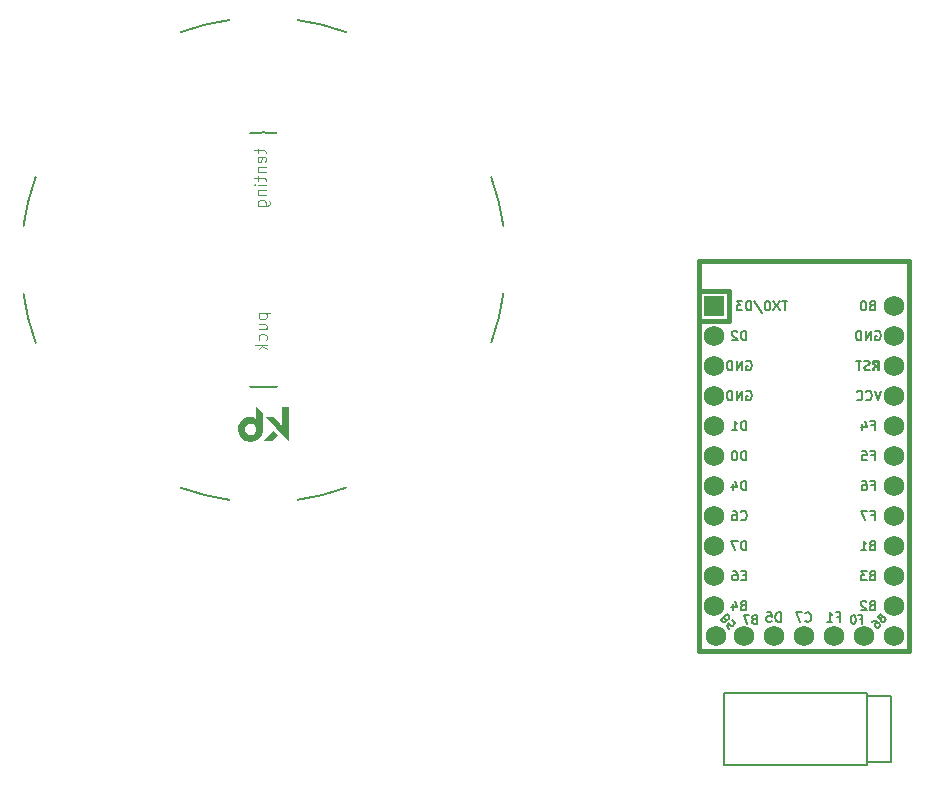
<source format=gbr>
%TF.GenerationSoftware,KiCad,Pcbnew,(6.0.0)*%
%TF.CreationDate,2022-03-12T15:50:12-08:00*%
%TF.ProjectId,half-swept,68616c66-2d73-4776-9570-742e6b696361,rev?*%
%TF.SameCoordinates,Original*%
%TF.FileFunction,Legend,Bot*%
%TF.FilePolarity,Positive*%
%FSLAX46Y46*%
G04 Gerber Fmt 4.6, Leading zero omitted, Abs format (unit mm)*
G04 Created by KiCad (PCBNEW (6.0.0)) date 2022-03-12 15:50:12*
%MOMM*%
%LPD*%
G01*
G04 APERTURE LIST*
%ADD10C,0.100000*%
%ADD11C,0.150000*%
%ADD12C,0.200000*%
%ADD13C,0.010000*%
%ADD14C,0.381000*%
%ADD15R,1.752600X1.752600*%
%ADD16C,1.752600*%
G04 APERTURE END LIST*
D10*
%TO.C,REF\u002A\u002A*%
X67095214Y-42432500D02*
X68095214Y-42432500D01*
X67142833Y-42432500D02*
X67095214Y-42527738D01*
X67095214Y-42718214D01*
X67142833Y-42813452D01*
X67190452Y-42861071D01*
X67285690Y-42908690D01*
X67571404Y-42908690D01*
X67666642Y-42861071D01*
X67714261Y-42813452D01*
X67761880Y-42718214D01*
X67761880Y-42527738D01*
X67714261Y-42432500D01*
X67095214Y-43765833D02*
X67761880Y-43765833D01*
X67095214Y-43337261D02*
X67619023Y-43337261D01*
X67714261Y-43384880D01*
X67761880Y-43480119D01*
X67761880Y-43622976D01*
X67714261Y-43718214D01*
X67666642Y-43765833D01*
X67714261Y-44670595D02*
X67761880Y-44575357D01*
X67761880Y-44384880D01*
X67714261Y-44289642D01*
X67666642Y-44242023D01*
X67571404Y-44194404D01*
X67285690Y-44194404D01*
X67190452Y-44242023D01*
X67142833Y-44289642D01*
X67095214Y-44384880D01*
X67095214Y-44575357D01*
X67142833Y-44670595D01*
X67761880Y-45099166D02*
X66761880Y-45099166D01*
X67380928Y-45194404D02*
X67761880Y-45480119D01*
X67095214Y-45480119D02*
X67476166Y-45099166D01*
X67031714Y-28478500D02*
X67031714Y-28859452D01*
X66698380Y-28621357D02*
X67555523Y-28621357D01*
X67650761Y-28668976D01*
X67698380Y-28764214D01*
X67698380Y-28859452D01*
X67650761Y-29573738D02*
X67698380Y-29478500D01*
X67698380Y-29288023D01*
X67650761Y-29192785D01*
X67555523Y-29145166D01*
X67174571Y-29145166D01*
X67079333Y-29192785D01*
X67031714Y-29288023D01*
X67031714Y-29478500D01*
X67079333Y-29573738D01*
X67174571Y-29621357D01*
X67269809Y-29621357D01*
X67365047Y-29145166D01*
X67031714Y-30049928D02*
X67698380Y-30049928D01*
X67126952Y-30049928D02*
X67079333Y-30097547D01*
X67031714Y-30192785D01*
X67031714Y-30335642D01*
X67079333Y-30430880D01*
X67174571Y-30478500D01*
X67698380Y-30478500D01*
X67031714Y-30811833D02*
X67031714Y-31192785D01*
X66698380Y-30954690D02*
X67555523Y-30954690D01*
X67650761Y-31002309D01*
X67698380Y-31097547D01*
X67698380Y-31192785D01*
X67698380Y-31526119D02*
X67031714Y-31526119D01*
X66698380Y-31526119D02*
X66746000Y-31478500D01*
X66793619Y-31526119D01*
X66746000Y-31573738D01*
X66698380Y-31526119D01*
X66793619Y-31526119D01*
X67031714Y-32002309D02*
X67698380Y-32002309D01*
X67126952Y-32002309D02*
X67079333Y-32049928D01*
X67031714Y-32145166D01*
X67031714Y-32288023D01*
X67079333Y-32383261D01*
X67174571Y-32430880D01*
X67698380Y-32430880D01*
X67031714Y-33335642D02*
X67841238Y-33335642D01*
X67936476Y-33288023D01*
X67984095Y-33240404D01*
X68031714Y-33145166D01*
X68031714Y-33002309D01*
X67984095Y-32907071D01*
X67650761Y-33335642D02*
X67698380Y-33240404D01*
X67698380Y-33049928D01*
X67650761Y-32954690D01*
X67603142Y-32907071D01*
X67507904Y-32859452D01*
X67222190Y-32859452D01*
X67126952Y-32907071D01*
X67079333Y-32954690D01*
X67031714Y-33049928D01*
X67031714Y-33240404D01*
X67079333Y-33335642D01*
D11*
%TO.C,U2*%
X108379476Y-57418654D02*
X108379476Y-56618654D01*
X108189000Y-56618654D01*
X108074714Y-56656750D01*
X107998523Y-56732940D01*
X107960428Y-56809130D01*
X107922333Y-56961511D01*
X107922333Y-57075797D01*
X107960428Y-57228178D01*
X107998523Y-57304369D01*
X108074714Y-57380559D01*
X108189000Y-57418654D01*
X108379476Y-57418654D01*
X107236619Y-56885321D02*
X107236619Y-57418654D01*
X107427095Y-56580559D02*
X107617571Y-57151988D01*
X107122333Y-57151988D01*
X108398523Y-49036750D02*
X108474714Y-48998654D01*
X108589000Y-48998654D01*
X108703285Y-49036750D01*
X108779476Y-49112940D01*
X108817571Y-49189130D01*
X108855666Y-49341511D01*
X108855666Y-49455797D01*
X108817571Y-49608178D01*
X108779476Y-49684369D01*
X108703285Y-49760559D01*
X108589000Y-49798654D01*
X108512809Y-49798654D01*
X108398523Y-49760559D01*
X108360428Y-49722464D01*
X108360428Y-49455797D01*
X108512809Y-49455797D01*
X108017571Y-49798654D02*
X108017571Y-48998654D01*
X107560428Y-49798654D01*
X107560428Y-48998654D01*
X107179476Y-49798654D02*
X107179476Y-48998654D01*
X106989000Y-48998654D01*
X106874714Y-49036750D01*
X106798523Y-49112940D01*
X106760428Y-49189130D01*
X106722333Y-49341511D01*
X106722333Y-49455797D01*
X106760428Y-49608178D01*
X106798523Y-49684369D01*
X106874714Y-49760559D01*
X106989000Y-49798654D01*
X107179476Y-49798654D01*
X108112809Y-67159607D02*
X107998523Y-67197702D01*
X107960428Y-67235797D01*
X107922333Y-67311988D01*
X107922333Y-67426273D01*
X107960428Y-67502464D01*
X107998523Y-67540559D01*
X108074714Y-67578654D01*
X108379476Y-67578654D01*
X108379476Y-66778654D01*
X108112809Y-66778654D01*
X108036619Y-66816750D01*
X107998523Y-66854845D01*
X107960428Y-66931035D01*
X107960428Y-67007226D01*
X107998523Y-67083416D01*
X108036619Y-67121511D01*
X108112809Y-67159607D01*
X108379476Y-67159607D01*
X107236619Y-67045321D02*
X107236619Y-67578654D01*
X107427095Y-66740559D02*
X107617571Y-67311988D01*
X107122333Y-67311988D01*
X116056666Y-68129607D02*
X116323333Y-68129607D01*
X116323333Y-68548654D02*
X116323333Y-67748654D01*
X115942380Y-67748654D01*
X115218571Y-68548654D02*
X115675714Y-68548654D01*
X115447142Y-68548654D02*
X115447142Y-67748654D01*
X115523333Y-67862940D01*
X115599523Y-67939130D01*
X115675714Y-67977226D01*
X119034809Y-62079607D02*
X118920523Y-62117702D01*
X118882428Y-62155797D01*
X118844333Y-62231988D01*
X118844333Y-62346273D01*
X118882428Y-62422464D01*
X118920523Y-62460559D01*
X118996714Y-62498654D01*
X119301476Y-62498654D01*
X119301476Y-61698654D01*
X119034809Y-61698654D01*
X118958619Y-61736750D01*
X118920523Y-61774845D01*
X118882428Y-61851035D01*
X118882428Y-61927226D01*
X118920523Y-62003416D01*
X118958619Y-62041511D01*
X119034809Y-62079607D01*
X119301476Y-62079607D01*
X118082428Y-62498654D02*
X118539571Y-62498654D01*
X118311000Y-62498654D02*
X118311000Y-61698654D01*
X118387190Y-61812940D01*
X118463380Y-61889130D01*
X118539571Y-61927226D01*
X119320523Y-43956750D02*
X119396714Y-43918654D01*
X119511000Y-43918654D01*
X119625285Y-43956750D01*
X119701476Y-44032940D01*
X119739571Y-44109130D01*
X119777666Y-44261511D01*
X119777666Y-44375797D01*
X119739571Y-44528178D01*
X119701476Y-44604369D01*
X119625285Y-44680559D01*
X119511000Y-44718654D01*
X119434809Y-44718654D01*
X119320523Y-44680559D01*
X119282428Y-44642464D01*
X119282428Y-44375797D01*
X119434809Y-44375797D01*
X118939571Y-44718654D02*
X118939571Y-43918654D01*
X118482428Y-44718654D01*
X118482428Y-43918654D01*
X118101476Y-44718654D02*
X118101476Y-43918654D01*
X117911000Y-43918654D01*
X117796714Y-43956750D01*
X117720523Y-44032940D01*
X117682428Y-44109130D01*
X117644333Y-44261511D01*
X117644333Y-44375797D01*
X117682428Y-44528178D01*
X117720523Y-44604369D01*
X117796714Y-44680559D01*
X117911000Y-44718654D01*
X118101476Y-44718654D01*
X119034809Y-41759607D02*
X118920523Y-41797702D01*
X118882428Y-41835797D01*
X118844333Y-41911988D01*
X118844333Y-42026273D01*
X118882428Y-42102464D01*
X118920523Y-42140559D01*
X118996714Y-42178654D01*
X119301476Y-42178654D01*
X119301476Y-41378654D01*
X119034809Y-41378654D01*
X118958619Y-41416750D01*
X118920523Y-41454845D01*
X118882428Y-41531035D01*
X118882428Y-41607226D01*
X118920523Y-41683416D01*
X118958619Y-41721511D01*
X119034809Y-41759607D01*
X119301476Y-41759607D01*
X118349095Y-41378654D02*
X118272904Y-41378654D01*
X118196714Y-41416750D01*
X118158619Y-41454845D01*
X118120523Y-41531035D01*
X118082428Y-41683416D01*
X118082428Y-41873892D01*
X118120523Y-42026273D01*
X118158619Y-42102464D01*
X118196714Y-42140559D01*
X118272904Y-42178654D01*
X118349095Y-42178654D01*
X118425285Y-42140559D01*
X118463380Y-42102464D01*
X118501476Y-42026273D01*
X118539571Y-41873892D01*
X118539571Y-41683416D01*
X118501476Y-41531035D01*
X118463380Y-41454845D01*
X118425285Y-41416750D01*
X118349095Y-41378654D01*
X108341380Y-64619607D02*
X108074714Y-64619607D01*
X107960428Y-65038654D02*
X108341380Y-65038654D01*
X108341380Y-64238654D01*
X107960428Y-64238654D01*
X107274714Y-64238654D02*
X107427095Y-64238654D01*
X107503285Y-64276750D01*
X107541380Y-64314845D01*
X107617571Y-64429130D01*
X107655666Y-64581511D01*
X107655666Y-64886273D01*
X107617571Y-64962464D01*
X107579476Y-65000559D01*
X107503285Y-65038654D01*
X107350904Y-65038654D01*
X107274714Y-65000559D01*
X107236619Y-64962464D01*
X107198523Y-64886273D01*
X107198523Y-64695797D01*
X107236619Y-64619607D01*
X107274714Y-64581511D01*
X107350904Y-64543416D01*
X107503285Y-64543416D01*
X107579476Y-64581511D01*
X107617571Y-64619607D01*
X107655666Y-64695797D01*
X111868604Y-41378654D02*
X111411461Y-41378654D01*
X111640032Y-42178654D02*
X111640032Y-41378654D01*
X111220985Y-41378654D02*
X110687651Y-42178654D01*
X110687651Y-41378654D02*
X111220985Y-42178654D01*
X110230508Y-41378654D02*
X110154318Y-41378654D01*
X110078128Y-41416750D01*
X110040032Y-41454845D01*
X110001937Y-41531035D01*
X109963842Y-41683416D01*
X109963842Y-41873892D01*
X110001937Y-42026273D01*
X110040032Y-42102464D01*
X110078128Y-42140559D01*
X110154318Y-42178654D01*
X110230508Y-42178654D01*
X110306699Y-42140559D01*
X110344794Y-42102464D01*
X110382889Y-42026273D01*
X110420985Y-41873892D01*
X110420985Y-41683416D01*
X110382889Y-41531035D01*
X110344794Y-41454845D01*
X110306699Y-41416750D01*
X110230508Y-41378654D01*
X109049556Y-41340559D02*
X109735270Y-42369130D01*
X108782889Y-42178654D02*
X108782889Y-41378654D01*
X108592413Y-41378654D01*
X108478128Y-41416750D01*
X108401937Y-41492940D01*
X108363842Y-41569130D01*
X108325747Y-41721511D01*
X108325747Y-41835797D01*
X108363842Y-41988178D01*
X108401937Y-42064369D01*
X108478128Y-42140559D01*
X108592413Y-42178654D01*
X108782889Y-42178654D01*
X108059080Y-41378654D02*
X107563842Y-41378654D01*
X107830508Y-41683416D01*
X107716223Y-41683416D01*
X107640032Y-41721511D01*
X107601937Y-41759607D01*
X107563842Y-41835797D01*
X107563842Y-42026273D01*
X107601937Y-42102464D01*
X107640032Y-42140559D01*
X107716223Y-42178654D01*
X107944794Y-42178654D01*
X108020985Y-42140559D01*
X108059080Y-42102464D01*
X119034809Y-64619607D02*
X118920523Y-64657702D01*
X118882428Y-64695797D01*
X118844333Y-64771988D01*
X118844333Y-64886273D01*
X118882428Y-64962464D01*
X118920523Y-65000559D01*
X118996714Y-65038654D01*
X119301476Y-65038654D01*
X119301476Y-64238654D01*
X119034809Y-64238654D01*
X118958619Y-64276750D01*
X118920523Y-64314845D01*
X118882428Y-64391035D01*
X118882428Y-64467226D01*
X118920523Y-64543416D01*
X118958619Y-64581511D01*
X119034809Y-64619607D01*
X119301476Y-64619607D01*
X118577666Y-64238654D02*
X118082428Y-64238654D01*
X118349095Y-64543416D01*
X118234809Y-64543416D01*
X118158619Y-64581511D01*
X118120523Y-64619607D01*
X118082428Y-64695797D01*
X118082428Y-64886273D01*
X118120523Y-64962464D01*
X118158619Y-65000559D01*
X118234809Y-65038654D01*
X118463380Y-65038654D01*
X118539571Y-65000559D01*
X118577666Y-64962464D01*
X107922333Y-59882464D02*
X107960428Y-59920559D01*
X108074714Y-59958654D01*
X108150904Y-59958654D01*
X108265190Y-59920559D01*
X108341380Y-59844369D01*
X108379476Y-59768178D01*
X108417571Y-59615797D01*
X108417571Y-59501511D01*
X108379476Y-59349130D01*
X108341380Y-59272940D01*
X108265190Y-59196750D01*
X108150904Y-59158654D01*
X108074714Y-59158654D01*
X107960428Y-59196750D01*
X107922333Y-59234845D01*
X107236619Y-59158654D02*
X107389000Y-59158654D01*
X107465190Y-59196750D01*
X107503285Y-59234845D01*
X107579476Y-59349130D01*
X107617571Y-59501511D01*
X107617571Y-59806273D01*
X107579476Y-59882464D01*
X107541380Y-59920559D01*
X107465190Y-59958654D01*
X107312809Y-59958654D01*
X107236619Y-59920559D01*
X107198523Y-59882464D01*
X107160428Y-59806273D01*
X107160428Y-59615797D01*
X107198523Y-59539607D01*
X107236619Y-59501511D01*
X107312809Y-59463416D01*
X107465190Y-59463416D01*
X107541380Y-59501511D01*
X107579476Y-59539607D01*
X107617571Y-59615797D01*
X108379476Y-44718654D02*
X108379476Y-43918654D01*
X108189000Y-43918654D01*
X108074714Y-43956750D01*
X107998523Y-44032940D01*
X107960428Y-44109130D01*
X107922333Y-44261511D01*
X107922333Y-44375797D01*
X107960428Y-44528178D01*
X107998523Y-44604369D01*
X108074714Y-44680559D01*
X108189000Y-44718654D01*
X108379476Y-44718654D01*
X107617571Y-43994845D02*
X107579476Y-43956750D01*
X107503285Y-43918654D01*
X107312809Y-43918654D01*
X107236619Y-43956750D01*
X107198523Y-43994845D01*
X107160428Y-44071035D01*
X107160428Y-44147226D01*
X107198523Y-44261511D01*
X107655666Y-44718654D01*
X107160428Y-44718654D01*
X108379476Y-54878654D02*
X108379476Y-54078654D01*
X108189000Y-54078654D01*
X108074714Y-54116750D01*
X107998523Y-54192940D01*
X107960428Y-54269130D01*
X107922333Y-54421511D01*
X107922333Y-54535797D01*
X107960428Y-54688178D01*
X107998523Y-54764369D01*
X108074714Y-54840559D01*
X108189000Y-54878654D01*
X108379476Y-54878654D01*
X107427095Y-54078654D02*
X107350904Y-54078654D01*
X107274714Y-54116750D01*
X107236619Y-54154845D01*
X107198523Y-54231035D01*
X107160428Y-54383416D01*
X107160428Y-54573892D01*
X107198523Y-54726273D01*
X107236619Y-54802464D01*
X107274714Y-54840559D01*
X107350904Y-54878654D01*
X107427095Y-54878654D01*
X107503285Y-54840559D01*
X107541380Y-54802464D01*
X107579476Y-54726273D01*
X107617571Y-54573892D01*
X107617571Y-54383416D01*
X107579476Y-54231035D01*
X107541380Y-54154845D01*
X107503285Y-54116750D01*
X107427095Y-54078654D01*
X119034809Y-67159607D02*
X118920523Y-67197702D01*
X118882428Y-67235797D01*
X118844333Y-67311988D01*
X118844333Y-67426273D01*
X118882428Y-67502464D01*
X118920523Y-67540559D01*
X118996714Y-67578654D01*
X119301476Y-67578654D01*
X119301476Y-66778654D01*
X119034809Y-66778654D01*
X118958619Y-66816750D01*
X118920523Y-66854845D01*
X118882428Y-66931035D01*
X118882428Y-67007226D01*
X118920523Y-67083416D01*
X118958619Y-67121511D01*
X119034809Y-67159607D01*
X119301476Y-67159607D01*
X118539571Y-66854845D02*
X118501476Y-66816750D01*
X118425285Y-66778654D01*
X118234809Y-66778654D01*
X118158619Y-66816750D01*
X118120523Y-66854845D01*
X118082428Y-66931035D01*
X118082428Y-67007226D01*
X118120523Y-67121511D01*
X118577666Y-67578654D01*
X118082428Y-67578654D01*
X106614297Y-68321758D02*
X106708578Y-68368898D01*
X106755719Y-68368898D01*
X106826429Y-68345328D01*
X106897140Y-68274617D01*
X106920710Y-68203907D01*
X106920710Y-68156766D01*
X106897140Y-68086056D01*
X106708578Y-67897494D01*
X106213603Y-68392469D01*
X106378595Y-68557460D01*
X106449306Y-68581030D01*
X106496446Y-68581030D01*
X106567157Y-68557460D01*
X106614297Y-68510320D01*
X106637867Y-68439609D01*
X106637867Y-68392469D01*
X106614297Y-68321758D01*
X106449306Y-68156766D01*
X106944280Y-69123146D02*
X106708578Y-68887443D01*
X106920710Y-68628171D01*
X106920710Y-68675311D01*
X106944280Y-68746022D01*
X107062132Y-68863873D01*
X107132842Y-68887443D01*
X107179983Y-68887443D01*
X107250693Y-68863873D01*
X107368544Y-68746022D01*
X107392115Y-68675311D01*
X107392115Y-68628171D01*
X107368544Y-68557460D01*
X107250693Y-68439609D01*
X107179983Y-68416039D01*
X107132842Y-68416039D01*
X119814991Y-68251047D02*
X119767851Y-68345328D01*
X119767851Y-68392469D01*
X119791421Y-68463179D01*
X119862132Y-68533890D01*
X119932842Y-68557460D01*
X119979983Y-68557460D01*
X120050693Y-68533890D01*
X120239255Y-68345328D01*
X119744280Y-67850353D01*
X119579289Y-68015345D01*
X119555719Y-68086056D01*
X119555719Y-68133196D01*
X119579289Y-68203907D01*
X119626429Y-68251047D01*
X119697140Y-68274617D01*
X119744280Y-68274617D01*
X119814991Y-68251047D01*
X119979983Y-68086056D01*
X119037174Y-68557460D02*
X119131455Y-68463179D01*
X119202165Y-68439609D01*
X119249306Y-68439609D01*
X119367157Y-68463179D01*
X119485008Y-68533890D01*
X119673570Y-68722452D01*
X119697140Y-68793162D01*
X119697140Y-68840303D01*
X119673570Y-68911014D01*
X119579289Y-69005294D01*
X119508578Y-69028865D01*
X119461438Y-69028865D01*
X119390727Y-69005294D01*
X119272876Y-68887443D01*
X119249306Y-68816733D01*
X119249306Y-68769592D01*
X119272876Y-68698882D01*
X119367157Y-68604601D01*
X119437867Y-68581030D01*
X119485008Y-68581030D01*
X119555719Y-68604601D01*
X113383333Y-68472464D02*
X113421428Y-68510559D01*
X113535714Y-68548654D01*
X113611904Y-68548654D01*
X113726190Y-68510559D01*
X113802380Y-68434369D01*
X113840476Y-68358178D01*
X113878571Y-68205797D01*
X113878571Y-68091511D01*
X113840476Y-67939130D01*
X113802380Y-67862940D01*
X113726190Y-67786750D01*
X113611904Y-67748654D01*
X113535714Y-67748654D01*
X113421428Y-67786750D01*
X113383333Y-67824845D01*
X113116666Y-67748654D02*
X112583333Y-67748654D01*
X112926190Y-68548654D01*
X108379476Y-62498654D02*
X108379476Y-61698654D01*
X108189000Y-61698654D01*
X108074714Y-61736750D01*
X107998523Y-61812940D01*
X107960428Y-61889130D01*
X107922333Y-62041511D01*
X107922333Y-62155797D01*
X107960428Y-62308178D01*
X107998523Y-62384369D01*
X108074714Y-62460559D01*
X108189000Y-62498654D01*
X108379476Y-62498654D01*
X107655666Y-61698654D02*
X107122333Y-61698654D01*
X107465190Y-62498654D01*
X118977666Y-51919607D02*
X119244333Y-51919607D01*
X119244333Y-52338654D02*
X119244333Y-51538654D01*
X118863380Y-51538654D01*
X118215761Y-51805321D02*
X118215761Y-52338654D01*
X118406238Y-51500559D02*
X118596714Y-52071988D01*
X118101476Y-52071988D01*
X108379476Y-52338654D02*
X108379476Y-51538654D01*
X108189000Y-51538654D01*
X108074714Y-51576750D01*
X107998523Y-51652940D01*
X107960428Y-51729130D01*
X107922333Y-51881511D01*
X107922333Y-51995797D01*
X107960428Y-52148178D01*
X107998523Y-52224369D01*
X108074714Y-52300559D01*
X108189000Y-52338654D01*
X108379476Y-52338654D01*
X107160428Y-52338654D02*
X107617571Y-52338654D01*
X107389000Y-52338654D02*
X107389000Y-51538654D01*
X107465190Y-51652940D01*
X107541380Y-51729130D01*
X107617571Y-51767226D01*
X108398523Y-46496750D02*
X108474714Y-46458654D01*
X108589000Y-46458654D01*
X108703285Y-46496750D01*
X108779476Y-46572940D01*
X108817571Y-46649130D01*
X108855666Y-46801511D01*
X108855666Y-46915797D01*
X108817571Y-47068178D01*
X108779476Y-47144369D01*
X108703285Y-47220559D01*
X108589000Y-47258654D01*
X108512809Y-47258654D01*
X108398523Y-47220559D01*
X108360428Y-47182464D01*
X108360428Y-46915797D01*
X108512809Y-46915797D01*
X108017571Y-47258654D02*
X108017571Y-46458654D01*
X107560428Y-47258654D01*
X107560428Y-46458654D01*
X107179476Y-47258654D02*
X107179476Y-46458654D01*
X106989000Y-46458654D01*
X106874714Y-46496750D01*
X106798523Y-46572940D01*
X106760428Y-46649130D01*
X106722333Y-46801511D01*
X106722333Y-46915797D01*
X106760428Y-47068178D01*
X106798523Y-47144369D01*
X106874714Y-47220559D01*
X106989000Y-47258654D01*
X107179476Y-47258654D01*
X111300476Y-68548654D02*
X111300476Y-67748654D01*
X111110000Y-67748654D01*
X110995714Y-67786750D01*
X110919523Y-67862940D01*
X110881428Y-67939130D01*
X110843333Y-68091511D01*
X110843333Y-68205797D01*
X110881428Y-68358178D01*
X110919523Y-68434369D01*
X110995714Y-68510559D01*
X111110000Y-68548654D01*
X111300476Y-68548654D01*
X110119523Y-67748654D02*
X110500476Y-67748654D01*
X110538571Y-68129607D01*
X110500476Y-68091511D01*
X110424285Y-68053416D01*
X110233809Y-68053416D01*
X110157619Y-68091511D01*
X110119523Y-68129607D01*
X110081428Y-68205797D01*
X110081428Y-68396273D01*
X110119523Y-68472464D01*
X110157619Y-68510559D01*
X110233809Y-68548654D01*
X110424285Y-68548654D01*
X110500476Y-68510559D01*
X110538571Y-68472464D01*
X118977666Y-56999607D02*
X119244333Y-56999607D01*
X119244333Y-57418654D02*
X119244333Y-56618654D01*
X118863380Y-56618654D01*
X118215761Y-56618654D02*
X118368142Y-56618654D01*
X118444333Y-56656750D01*
X118482428Y-56694845D01*
X118558619Y-56809130D01*
X118596714Y-56961511D01*
X118596714Y-57266273D01*
X118558619Y-57342464D01*
X118520523Y-57380559D01*
X118444333Y-57418654D01*
X118291952Y-57418654D01*
X118215761Y-57380559D01*
X118177666Y-57342464D01*
X118139571Y-57266273D01*
X118139571Y-57075797D01*
X118177666Y-56999607D01*
X118215761Y-56961511D01*
X118291952Y-56923416D01*
X118444333Y-56923416D01*
X118520523Y-56961511D01*
X118558619Y-56999607D01*
X118596714Y-57075797D01*
X119777666Y-48998654D02*
X119511000Y-49798654D01*
X119244333Y-48998654D01*
X118520523Y-49722464D02*
X118558619Y-49760559D01*
X118672904Y-49798654D01*
X118749095Y-49798654D01*
X118863380Y-49760559D01*
X118939571Y-49684369D01*
X118977666Y-49608178D01*
X119015761Y-49455797D01*
X119015761Y-49341511D01*
X118977666Y-49189130D01*
X118939571Y-49112940D01*
X118863380Y-49036750D01*
X118749095Y-48998654D01*
X118672904Y-48998654D01*
X118558619Y-49036750D01*
X118520523Y-49074845D01*
X117720523Y-49722464D02*
X117758619Y-49760559D01*
X117872904Y-49798654D01*
X117949095Y-49798654D01*
X118063380Y-49760559D01*
X118139571Y-49684369D01*
X118177666Y-49608178D01*
X118215761Y-49455797D01*
X118215761Y-49341511D01*
X118177666Y-49189130D01*
X118139571Y-49112940D01*
X118063380Y-49036750D01*
X117949095Y-48998654D01*
X117872904Y-48998654D01*
X117758619Y-49036750D01*
X117720523Y-49074845D01*
X109033333Y-68336750D02*
X108933333Y-68370083D01*
X108900000Y-68403416D01*
X108866666Y-68470083D01*
X108866666Y-68570083D01*
X108900000Y-68636750D01*
X108933333Y-68670083D01*
X109000000Y-68703416D01*
X109266666Y-68703416D01*
X109266666Y-68003416D01*
X109033333Y-68003416D01*
X108966666Y-68036750D01*
X108933333Y-68070083D01*
X108900000Y-68136750D01*
X108900000Y-68203416D01*
X108933333Y-68270083D01*
X108966666Y-68303416D01*
X109033333Y-68336750D01*
X109266666Y-68336750D01*
X108633333Y-68003416D02*
X108166666Y-68003416D01*
X108466666Y-68703416D01*
X118977666Y-59539607D02*
X119244333Y-59539607D01*
X119244333Y-59958654D02*
X119244333Y-59158654D01*
X118863380Y-59158654D01*
X118634809Y-59158654D02*
X118101476Y-59158654D01*
X118444333Y-59958654D01*
X117983333Y-68336750D02*
X118216666Y-68336750D01*
X118216666Y-68703416D02*
X118216666Y-68003416D01*
X117883333Y-68003416D01*
X117483333Y-68003416D02*
X117416666Y-68003416D01*
X117350000Y-68036750D01*
X117316666Y-68070083D01*
X117283333Y-68136750D01*
X117250000Y-68270083D01*
X117250000Y-68436750D01*
X117283333Y-68570083D01*
X117316666Y-68636750D01*
X117350000Y-68670083D01*
X117416666Y-68703416D01*
X117483333Y-68703416D01*
X117550000Y-68670083D01*
X117583333Y-68636750D01*
X117616666Y-68570083D01*
X117650000Y-68436750D01*
X117650000Y-68270083D01*
X117616666Y-68136750D01*
X117583333Y-68070083D01*
X117550000Y-68036750D01*
X117483333Y-68003416D01*
X118823333Y-47200559D02*
X118709047Y-47238654D01*
X118518571Y-47238654D01*
X118442380Y-47200559D01*
X118404285Y-47162464D01*
X118366190Y-47086273D01*
X118366190Y-47010083D01*
X118404285Y-46933892D01*
X118442380Y-46895797D01*
X118518571Y-46857702D01*
X118670952Y-46819607D01*
X118747142Y-46781511D01*
X118785238Y-46743416D01*
X118823333Y-46667226D01*
X118823333Y-46591035D01*
X118785238Y-46514845D01*
X118747142Y-46476750D01*
X118670952Y-46438654D01*
X118480476Y-46438654D01*
X118366190Y-46476750D01*
X118137619Y-46438654D02*
X117680476Y-46438654D01*
X117909047Y-47238654D02*
X117909047Y-46438654D01*
X118977666Y-54459607D02*
X119244333Y-54459607D01*
X119244333Y-54878654D02*
X119244333Y-54078654D01*
X118863380Y-54078654D01*
X118177666Y-54078654D02*
X118558619Y-54078654D01*
X118596714Y-54459607D01*
X118558619Y-54421511D01*
X118482428Y-54383416D01*
X118291952Y-54383416D01*
X118215761Y-54421511D01*
X118177666Y-54459607D01*
X118139571Y-54535797D01*
X118139571Y-54726273D01*
X118177666Y-54802464D01*
X118215761Y-54840559D01*
X118291952Y-54878654D01*
X118482428Y-54878654D01*
X118558619Y-54840559D01*
X118596714Y-54802464D01*
D12*
%TO.C,REF\u002A\u002A*%
X67500000Y-27105000D02*
G75*
G03*
X66371615Y-27164136I-6J-10794921D01*
G01*
X86786134Y-44908048D02*
G75*
G03*
X87820000Y-40757500I-19286117J7008044D01*
G01*
X47180000Y-40757500D02*
G75*
G03*
X48213865Y-44908046I20320050J2857512D01*
G01*
X48213864Y-30891956D02*
G75*
G03*
X47180000Y-35042500I19286252J-7008071D01*
G01*
X60491955Y-57186135D02*
G75*
G03*
X64642500Y-58220000I7008051J19286154D01*
G01*
X70357500Y-58220000D02*
G75*
G03*
X74508045Y-57186135I-2857506J20320019D01*
G01*
X68628385Y-27164136D02*
G75*
G03*
X67500000Y-27105000I-1128379J-10735785D01*
G01*
X87820000Y-35042500D02*
G75*
G03*
X86786134Y-30891952I-20319983J-2857496D01*
G01*
X67500000Y-48695000D02*
G75*
G03*
X68628385Y-48635864I6J10794921D01*
G01*
X74508049Y-18613866D02*
G75*
G03*
X70357500Y-17580000I-7008041J-19286105D01*
G01*
X66371615Y-48635864D02*
G75*
G03*
X67500000Y-48695000I1128379J10735785D01*
G01*
X64642500Y-17580000D02*
G75*
G03*
X60491954Y-18613865I2857512J-20320050D01*
G01*
D13*
X68277718Y-52424575D02*
X68255015Y-52447438D01*
X68255015Y-52447438D02*
X68220536Y-52482969D01*
X68220536Y-52482969D02*
X68176267Y-52529061D01*
X68176267Y-52529061D02*
X68124200Y-52583607D01*
X68124200Y-52583607D02*
X68066321Y-52644501D01*
X68066321Y-52644501D02*
X68004622Y-52709636D01*
X68004622Y-52709636D02*
X67941089Y-52776906D01*
X67941089Y-52776906D02*
X67877714Y-52844204D01*
X67877714Y-52844204D02*
X67816484Y-52909423D01*
X67816484Y-52909423D02*
X67759388Y-52970458D01*
X67759388Y-52970458D02*
X67708416Y-53025201D01*
X67708416Y-53025201D02*
X67665556Y-53071546D01*
X67665556Y-53071546D02*
X67632798Y-53107386D01*
X67632798Y-53107386D02*
X67612130Y-53130615D01*
X67612130Y-53130615D02*
X67609837Y-53133306D01*
X67609837Y-53133306D02*
X67581536Y-53166941D01*
X67581536Y-53166941D02*
X68201550Y-53166941D01*
X68201550Y-53166941D02*
X68374900Y-52990872D01*
X68374900Y-52990872D02*
X68428642Y-52936129D01*
X68428642Y-52936129D02*
X68478925Y-52884616D01*
X68478925Y-52884616D02*
X68522741Y-52839436D01*
X68522741Y-52839436D02*
X68557087Y-52803690D01*
X68557087Y-52803690D02*
X68578955Y-52780481D01*
X68578955Y-52780481D02*
X68582132Y-52776989D01*
X68582132Y-52776989D02*
X68616014Y-52739174D01*
X68616014Y-52739174D02*
X68454979Y-52577830D01*
X68454979Y-52577830D02*
X68405266Y-52528375D01*
X68405266Y-52528375D02*
X68361042Y-52485050D01*
X68361042Y-52485050D02*
X68324895Y-52450337D01*
X68324895Y-52450337D02*
X68299413Y-52426717D01*
X68299413Y-52426717D02*
X68287184Y-52416669D01*
X68287184Y-52416669D02*
X68286653Y-52416486D01*
X68286653Y-52416486D02*
X68277718Y-52424575D01*
X68277718Y-52424575D02*
X68277718Y-52424575D01*
G36*
X68287184Y-52416669D02*
G01*
X68299413Y-52426717D01*
X68324895Y-52450337D01*
X68361042Y-52485050D01*
X68405266Y-52528375D01*
X68454979Y-52577830D01*
X68616014Y-52739174D01*
X68582132Y-52776989D01*
X68578955Y-52780481D01*
X68557087Y-52803690D01*
X68522741Y-52839436D01*
X68478925Y-52884616D01*
X68428642Y-52936129D01*
X68374900Y-52990872D01*
X68201550Y-53166941D01*
X67581536Y-53166941D01*
X67609837Y-53133306D01*
X67612130Y-53130615D01*
X67632798Y-53107386D01*
X67665556Y-53071546D01*
X67708416Y-53025201D01*
X67759388Y-52970458D01*
X67816484Y-52909423D01*
X67877714Y-52844204D01*
X67941089Y-52776906D01*
X68004622Y-52709636D01*
X68066321Y-52644501D01*
X68124200Y-52583607D01*
X68176267Y-52529061D01*
X68220536Y-52482969D01*
X68255015Y-52447438D01*
X68277718Y-52424575D01*
X68286653Y-52416486D01*
X68287184Y-52416669D01*
G37*
X68287184Y-52416669D02*
X68299413Y-52426717D01*
X68324895Y-52450337D01*
X68361042Y-52485050D01*
X68405266Y-52528375D01*
X68454979Y-52577830D01*
X68616014Y-52739174D01*
X68582132Y-52776989D01*
X68578955Y-52780481D01*
X68557087Y-52803690D01*
X68522741Y-52839436D01*
X68478925Y-52884616D01*
X68428642Y-52936129D01*
X68374900Y-52990872D01*
X68201550Y-53166941D01*
X67581536Y-53166941D01*
X67609837Y-53133306D01*
X67612130Y-53130615D01*
X67632798Y-53107386D01*
X67665556Y-53071546D01*
X67708416Y-53025201D01*
X67759388Y-52970458D01*
X67816484Y-52909423D01*
X67877714Y-52844204D01*
X67941089Y-52776906D01*
X68004622Y-52709636D01*
X68066321Y-52644501D01*
X68124200Y-52583607D01*
X68176267Y-52529061D01*
X68220536Y-52482969D01*
X68255015Y-52447438D01*
X68277718Y-52424575D01*
X68286653Y-52416486D01*
X68287184Y-52416669D01*
X66879464Y-50883827D02*
X66879272Y-50988067D01*
X66879272Y-50988067D02*
X66878783Y-51084812D01*
X66878783Y-51084812D02*
X66878033Y-51171698D01*
X66878033Y-51171698D02*
X66877057Y-51246360D01*
X66877057Y-51246360D02*
X66875888Y-51306435D01*
X66875888Y-51306435D02*
X66874561Y-51349558D01*
X66874561Y-51349558D02*
X66873112Y-51373365D01*
X66873112Y-51373365D02*
X66872204Y-51377395D01*
X66872204Y-51377395D02*
X66859773Y-51371081D01*
X66859773Y-51371081D02*
X66834927Y-51354738D01*
X66834927Y-51354738D02*
X66810793Y-51337536D01*
X66810793Y-51337536D02*
X66696096Y-51266814D01*
X66696096Y-51266814D02*
X66573880Y-51217710D01*
X66573880Y-51217710D02*
X66443497Y-51190034D01*
X66443497Y-51190034D02*
X66304296Y-51183596D01*
X66304296Y-51183596D02*
X66286484Y-51184264D01*
X66286484Y-51184264D02*
X66196849Y-51190816D01*
X66196849Y-51190816D02*
X66120366Y-51202753D01*
X66120366Y-51202753D02*
X66048714Y-51222245D01*
X66048714Y-51222245D02*
X65973576Y-51251462D01*
X65973576Y-51251462D02*
X65903725Y-51284101D01*
X65903725Y-51284101D02*
X65775792Y-51359394D01*
X65775792Y-51359394D02*
X65662872Y-51451374D01*
X65662872Y-51451374D02*
X65565978Y-51558363D01*
X65565978Y-51558363D02*
X65486120Y-51678688D01*
X65486120Y-51678688D02*
X65424310Y-51810673D01*
X65424310Y-51810673D02*
X65381558Y-51952642D01*
X65381558Y-51952642D02*
X65358877Y-52102921D01*
X65358877Y-52102921D02*
X65355316Y-52192591D01*
X65355316Y-52192591D02*
X65365607Y-52345069D01*
X65365607Y-52345069D02*
X65396963Y-52489633D01*
X65396963Y-52489633D02*
X65450108Y-52628869D01*
X65450108Y-52628869D02*
X65507363Y-52735788D01*
X65507363Y-52735788D02*
X65593075Y-52856081D01*
X65593075Y-52856081D02*
X65694688Y-52960930D01*
X65694688Y-52960930D02*
X65810021Y-53049252D01*
X65810021Y-53049252D02*
X65936896Y-53119966D01*
X65936896Y-53119966D02*
X66073132Y-53171989D01*
X66073132Y-53171989D02*
X66216551Y-53204242D01*
X66216551Y-53204242D02*
X66364972Y-53215641D01*
X66364972Y-53215641D02*
X66465218Y-53211158D01*
X66465218Y-53211158D02*
X66609826Y-53186277D01*
X66609826Y-53186277D02*
X66750394Y-53140002D01*
X66750394Y-53140002D02*
X66883567Y-53074023D01*
X66883567Y-53074023D02*
X67005987Y-52990026D01*
X67005987Y-52990026D02*
X67114299Y-52889700D01*
X67114299Y-52889700D02*
X67122693Y-52880534D01*
X67122693Y-52880534D02*
X67203824Y-52776414D01*
X67203824Y-52776414D02*
X67273516Y-52658232D01*
X67273516Y-52658232D02*
X67328682Y-52532369D01*
X67328682Y-52532369D02*
X67366235Y-52405209D01*
X67366235Y-52405209D02*
X67375104Y-52358759D01*
X67375104Y-52358759D02*
X67377717Y-52330364D01*
X67377717Y-52330364D02*
X67380062Y-52280292D01*
X67380062Y-52280292D02*
X67381531Y-52229958D01*
X67381531Y-52229958D02*
X66885193Y-52229958D01*
X66885193Y-52229958D02*
X66874621Y-52327507D01*
X66874621Y-52327507D02*
X66844189Y-52421526D01*
X66844189Y-52421526D02*
X66815535Y-52475671D01*
X66815535Y-52475671D02*
X66748601Y-52563954D01*
X66748601Y-52563954D02*
X66669120Y-52634831D01*
X66669120Y-52634831D02*
X66579688Y-52687324D01*
X66579688Y-52687324D02*
X66482902Y-52720456D01*
X66482902Y-52720456D02*
X66381361Y-52733250D01*
X66381361Y-52733250D02*
X66277660Y-52724729D01*
X66277660Y-52724729D02*
X66204833Y-52705441D01*
X66204833Y-52705441D02*
X66161836Y-52689355D01*
X66161836Y-52689355D02*
X66120931Y-52671995D01*
X66120931Y-52671995D02*
X66104764Y-52664219D01*
X66104764Y-52664219D02*
X66059478Y-52633215D01*
X66059478Y-52633215D02*
X66010155Y-52587021D01*
X66010155Y-52587021D02*
X65962098Y-52531565D01*
X65962098Y-52531565D02*
X65920613Y-52472771D01*
X65920613Y-52472771D02*
X65899125Y-52434444D01*
X65899125Y-52434444D02*
X65878944Y-52390198D01*
X65878944Y-52390198D02*
X65866299Y-52351590D01*
X65866299Y-52351590D02*
X65858942Y-52309298D01*
X65858942Y-52309298D02*
X65854624Y-52253995D01*
X65854624Y-52253995D02*
X65854342Y-52248705D01*
X65854342Y-52248705D02*
X65857710Y-52141460D01*
X65857710Y-52141460D02*
X65880566Y-52043568D01*
X65880566Y-52043568D02*
X65924218Y-51950145D01*
X65924218Y-51950145D02*
X65941988Y-51921616D01*
X65941988Y-51921616D02*
X66006530Y-51843712D01*
X66006530Y-51843712D02*
X66085347Y-51781542D01*
X66085347Y-51781542D02*
X66174983Y-51736046D01*
X66174983Y-51736046D02*
X66271982Y-51708168D01*
X66271982Y-51708168D02*
X66372886Y-51698848D01*
X66372886Y-51698848D02*
X66474238Y-51709030D01*
X66474238Y-51709030D02*
X66572584Y-51739655D01*
X66572584Y-51739655D02*
X66586587Y-51745941D01*
X66586587Y-51745941D02*
X66674539Y-51798890D01*
X66674539Y-51798890D02*
X66748529Y-51867104D01*
X66748529Y-51867104D02*
X66807572Y-51947450D01*
X66807572Y-51947450D02*
X66850685Y-52036797D01*
X66850685Y-52036797D02*
X66876887Y-52132010D01*
X66876887Y-52132010D02*
X66885193Y-52229958D01*
X66885193Y-52229958D02*
X67381531Y-52229958D01*
X67381531Y-52229958D02*
X67382115Y-52209955D01*
X67382115Y-52209955D02*
X67383854Y-52120766D01*
X67383854Y-52120766D02*
X67385257Y-52014137D01*
X67385257Y-52014137D02*
X67386301Y-51891481D01*
X67386301Y-51891481D02*
X67386965Y-51754209D01*
X67386965Y-51754209D02*
X67387226Y-51603735D01*
X67387226Y-51603735D02*
X67387229Y-51591999D01*
X67387229Y-51591999D02*
X67387316Y-50900285D01*
X67387316Y-50900285D02*
X66879612Y-50390259D01*
X66879612Y-50390259D02*
X66879464Y-50883827D01*
X66879464Y-50883827D02*
X66879464Y-50883827D01*
G36*
X67377717Y-52330364D02*
G01*
X67375104Y-52358759D01*
X67366235Y-52405209D01*
X67328682Y-52532369D01*
X67273516Y-52658232D01*
X67203824Y-52776414D01*
X67122693Y-52880534D01*
X67114299Y-52889700D01*
X67005987Y-52990026D01*
X66883567Y-53074023D01*
X66750394Y-53140002D01*
X66609826Y-53186277D01*
X66465218Y-53211158D01*
X66364972Y-53215641D01*
X66216551Y-53204242D01*
X66073132Y-53171989D01*
X65936896Y-53119966D01*
X65810021Y-53049252D01*
X65694688Y-52960930D01*
X65593075Y-52856081D01*
X65507363Y-52735788D01*
X65450108Y-52628869D01*
X65396963Y-52489633D01*
X65365607Y-52345069D01*
X65359103Y-52248705D01*
X65854342Y-52248705D01*
X65854624Y-52253995D01*
X65858942Y-52309298D01*
X65866299Y-52351590D01*
X65878944Y-52390198D01*
X65899125Y-52434444D01*
X65920613Y-52472771D01*
X65962098Y-52531565D01*
X66010155Y-52587021D01*
X66059478Y-52633215D01*
X66104764Y-52664219D01*
X66120931Y-52671995D01*
X66161836Y-52689355D01*
X66204833Y-52705441D01*
X66277660Y-52724729D01*
X66381361Y-52733250D01*
X66482902Y-52720456D01*
X66579688Y-52687324D01*
X66669120Y-52634831D01*
X66748601Y-52563954D01*
X66815535Y-52475671D01*
X66844189Y-52421526D01*
X66874621Y-52327507D01*
X66885193Y-52229958D01*
X66876887Y-52132010D01*
X66850685Y-52036797D01*
X66807572Y-51947450D01*
X66748529Y-51867104D01*
X66674539Y-51798890D01*
X66586587Y-51745941D01*
X66572584Y-51739655D01*
X66474238Y-51709030D01*
X66372886Y-51698848D01*
X66271982Y-51708168D01*
X66174983Y-51736046D01*
X66085347Y-51781542D01*
X66006530Y-51843712D01*
X65941988Y-51921616D01*
X65924218Y-51950145D01*
X65880566Y-52043568D01*
X65857710Y-52141460D01*
X65854342Y-52248705D01*
X65359103Y-52248705D01*
X65355316Y-52192591D01*
X65358877Y-52102921D01*
X65381558Y-51952642D01*
X65424310Y-51810673D01*
X65486120Y-51678688D01*
X65565978Y-51558363D01*
X65662872Y-51451374D01*
X65775792Y-51359394D01*
X65903725Y-51284101D01*
X65973576Y-51251462D01*
X66048714Y-51222245D01*
X66120366Y-51202753D01*
X66196849Y-51190816D01*
X66286484Y-51184264D01*
X66304296Y-51183596D01*
X66443497Y-51190034D01*
X66573880Y-51217710D01*
X66696096Y-51266814D01*
X66810793Y-51337536D01*
X66834927Y-51354738D01*
X66859773Y-51371081D01*
X66872204Y-51377395D01*
X66873112Y-51373365D01*
X66874561Y-51349558D01*
X66875888Y-51306435D01*
X66877057Y-51246360D01*
X66878033Y-51171698D01*
X66878783Y-51084812D01*
X66879272Y-50988067D01*
X66879464Y-50883827D01*
X66879612Y-50390259D01*
X67387316Y-50900285D01*
X67387229Y-51591999D01*
X67387226Y-51603735D01*
X67386965Y-51754209D01*
X67386301Y-51891481D01*
X67385257Y-52014137D01*
X67383854Y-52120766D01*
X67382115Y-52209955D01*
X67381531Y-52229958D01*
X67380062Y-52280292D01*
X67377717Y-52330364D01*
G37*
X67377717Y-52330364D02*
X67375104Y-52358759D01*
X67366235Y-52405209D01*
X67328682Y-52532369D01*
X67273516Y-52658232D01*
X67203824Y-52776414D01*
X67122693Y-52880534D01*
X67114299Y-52889700D01*
X67005987Y-52990026D01*
X66883567Y-53074023D01*
X66750394Y-53140002D01*
X66609826Y-53186277D01*
X66465218Y-53211158D01*
X66364972Y-53215641D01*
X66216551Y-53204242D01*
X66073132Y-53171989D01*
X65936896Y-53119966D01*
X65810021Y-53049252D01*
X65694688Y-52960930D01*
X65593075Y-52856081D01*
X65507363Y-52735788D01*
X65450108Y-52628869D01*
X65396963Y-52489633D01*
X65365607Y-52345069D01*
X65359103Y-52248705D01*
X65854342Y-52248705D01*
X65854624Y-52253995D01*
X65858942Y-52309298D01*
X65866299Y-52351590D01*
X65878944Y-52390198D01*
X65899125Y-52434444D01*
X65920613Y-52472771D01*
X65962098Y-52531565D01*
X66010155Y-52587021D01*
X66059478Y-52633215D01*
X66104764Y-52664219D01*
X66120931Y-52671995D01*
X66161836Y-52689355D01*
X66204833Y-52705441D01*
X66277660Y-52724729D01*
X66381361Y-52733250D01*
X66482902Y-52720456D01*
X66579688Y-52687324D01*
X66669120Y-52634831D01*
X66748601Y-52563954D01*
X66815535Y-52475671D01*
X66844189Y-52421526D01*
X66874621Y-52327507D01*
X66885193Y-52229958D01*
X66876887Y-52132010D01*
X66850685Y-52036797D01*
X66807572Y-51947450D01*
X66748529Y-51867104D01*
X66674539Y-51798890D01*
X66586587Y-51745941D01*
X66572584Y-51739655D01*
X66474238Y-51709030D01*
X66372886Y-51698848D01*
X66271982Y-51708168D01*
X66174983Y-51736046D01*
X66085347Y-51781542D01*
X66006530Y-51843712D01*
X65941988Y-51921616D01*
X65924218Y-51950145D01*
X65880566Y-52043568D01*
X65857710Y-52141460D01*
X65854342Y-52248705D01*
X65359103Y-52248705D01*
X65355316Y-52192591D01*
X65358877Y-52102921D01*
X65381558Y-51952642D01*
X65424310Y-51810673D01*
X65486120Y-51678688D01*
X65565978Y-51558363D01*
X65662872Y-51451374D01*
X65775792Y-51359394D01*
X65903725Y-51284101D01*
X65973576Y-51251462D01*
X66048714Y-51222245D01*
X66120366Y-51202753D01*
X66196849Y-51190816D01*
X66286484Y-51184264D01*
X66304296Y-51183596D01*
X66443497Y-51190034D01*
X66573880Y-51217710D01*
X66696096Y-51266814D01*
X66810793Y-51337536D01*
X66834927Y-51354738D01*
X66859773Y-51371081D01*
X66872204Y-51377395D01*
X66873112Y-51373365D01*
X66874561Y-51349558D01*
X66875888Y-51306435D01*
X66877057Y-51246360D01*
X66878033Y-51171698D01*
X66878783Y-51084812D01*
X66879272Y-50988067D01*
X66879464Y-50883827D01*
X66879612Y-50390259D01*
X67387316Y-50900285D01*
X67387229Y-51591999D01*
X67387226Y-51603735D01*
X67386965Y-51754209D01*
X67386301Y-51891481D01*
X67385257Y-52014137D01*
X67383854Y-52120766D01*
X67382115Y-52209955D01*
X67381531Y-52229958D01*
X67380062Y-52280292D01*
X67377717Y-52330364D01*
X69084498Y-52018044D02*
X68281552Y-51215344D01*
X68281552Y-51215344D02*
X67993184Y-51218438D01*
X67993184Y-51218438D02*
X67704816Y-51221531D01*
X67704816Y-51221531D02*
X68552040Y-52081668D01*
X68552040Y-52081668D02*
X68669965Y-52201391D01*
X68669965Y-52201391D02*
X68784764Y-52317940D01*
X68784764Y-52317940D02*
X68895218Y-52430080D01*
X68895218Y-52430080D02*
X69000110Y-52536573D01*
X69000110Y-52536573D02*
X69098222Y-52636184D01*
X69098222Y-52636184D02*
X69188337Y-52727677D01*
X69188337Y-52727677D02*
X69269236Y-52809814D01*
X69269236Y-52809814D02*
X69339703Y-52881359D01*
X69339703Y-52881359D02*
X69398519Y-52941077D01*
X69398519Y-52941077D02*
X69444466Y-52987731D01*
X69444466Y-52987731D02*
X69476327Y-53020084D01*
X69476327Y-53020084D02*
X69490108Y-53034080D01*
X69490108Y-53034080D02*
X69580952Y-53126356D01*
X69580952Y-53126356D02*
X69580952Y-50384486D01*
X69580952Y-50384486D02*
X69084498Y-50384486D01*
X69084498Y-50384486D02*
X69084498Y-52018044D01*
X69084498Y-52018044D02*
X69084498Y-52018044D01*
G36*
X69580952Y-53126356D02*
G01*
X69490108Y-53034080D01*
X69476327Y-53020084D01*
X69444466Y-52987731D01*
X69398519Y-52941077D01*
X69339703Y-52881359D01*
X69269236Y-52809814D01*
X69188337Y-52727677D01*
X69098222Y-52636184D01*
X69000110Y-52536573D01*
X68895218Y-52430080D01*
X68784764Y-52317940D01*
X68669965Y-52201391D01*
X68552040Y-52081668D01*
X67704816Y-51221531D01*
X67993184Y-51218438D01*
X68281552Y-51215344D01*
X69084498Y-52018044D01*
X69084498Y-50384486D01*
X69580952Y-50384486D01*
X69580952Y-53126356D01*
G37*
X69580952Y-53126356D02*
X69490108Y-53034080D01*
X69476327Y-53020084D01*
X69444466Y-52987731D01*
X69398519Y-52941077D01*
X69339703Y-52881359D01*
X69269236Y-52809814D01*
X69188337Y-52727677D01*
X69098222Y-52636184D01*
X69000110Y-52536573D01*
X68895218Y-52430080D01*
X68784764Y-52317940D01*
X68669965Y-52201391D01*
X68552040Y-52081668D01*
X67704816Y-51221531D01*
X67993184Y-51218438D01*
X68281552Y-51215344D01*
X69084498Y-52018044D01*
X69084498Y-50384486D01*
X69580952Y-50384486D01*
X69580952Y-53126356D01*
D14*
%TO.C,U2*%
X104360000Y-38006750D02*
X104360000Y-71026750D01*
X104360000Y-71026750D02*
X122140000Y-71026750D01*
X106900000Y-43086750D02*
X104360000Y-43086750D01*
X106900000Y-40546750D02*
X104360000Y-40546750D01*
X122140000Y-38006750D02*
X104360000Y-38006750D01*
X122140000Y-71026750D02*
X122140000Y-38006750D01*
X106900000Y-40546750D02*
X106900000Y-43086750D01*
D11*
X119094635Y-46435780D02*
X119094635Y-46535780D01*
X119094635Y-46535780D02*
X119594635Y-46535780D01*
X119594635Y-46535780D02*
X119594635Y-46435780D01*
X119594635Y-46435780D02*
X119094635Y-46435780D01*
G36*
X119594635Y-46535780D02*
G01*
X119094635Y-46535780D01*
X119094635Y-46435780D01*
X119594635Y-46435780D01*
X119594635Y-46535780D01*
G37*
X119594635Y-46535780D02*
X119094635Y-46535780D01*
X119094635Y-46435780D01*
X119594635Y-46435780D01*
X119594635Y-46535780D01*
X119094635Y-46435780D02*
X119094635Y-46735780D01*
X119094635Y-46735780D02*
X119194635Y-46735780D01*
X119194635Y-46735780D02*
X119194635Y-46435780D01*
X119194635Y-46435780D02*
X119094635Y-46435780D01*
G36*
X119194635Y-46735780D02*
G01*
X119094635Y-46735780D01*
X119094635Y-46435780D01*
X119194635Y-46435780D01*
X119194635Y-46735780D01*
G37*
X119194635Y-46735780D02*
X119094635Y-46735780D01*
X119094635Y-46435780D01*
X119194635Y-46435780D01*
X119194635Y-46735780D01*
X119294635Y-46835780D02*
X119294635Y-46935780D01*
X119294635Y-46935780D02*
X119394635Y-46935780D01*
X119394635Y-46935780D02*
X119394635Y-46835780D01*
X119394635Y-46835780D02*
X119294635Y-46835780D01*
G36*
X119394635Y-46935780D02*
G01*
X119294635Y-46935780D01*
X119294635Y-46835780D01*
X119394635Y-46835780D01*
X119394635Y-46935780D01*
G37*
X119394635Y-46935780D02*
X119294635Y-46935780D01*
X119294635Y-46835780D01*
X119394635Y-46835780D01*
X119394635Y-46935780D01*
X119094635Y-47035780D02*
X119094635Y-47235780D01*
X119094635Y-47235780D02*
X119194635Y-47235780D01*
X119194635Y-47235780D02*
X119194635Y-47035780D01*
X119194635Y-47035780D02*
X119094635Y-47035780D01*
G36*
X119194635Y-47235780D02*
G01*
X119094635Y-47235780D01*
X119094635Y-47035780D01*
X119194635Y-47035780D01*
X119194635Y-47235780D01*
G37*
X119194635Y-47235780D02*
X119094635Y-47235780D01*
X119094635Y-47035780D01*
X119194635Y-47035780D01*
X119194635Y-47235780D01*
X119494635Y-46435780D02*
X119494635Y-47235780D01*
X119494635Y-47235780D02*
X119594635Y-47235780D01*
X119594635Y-47235780D02*
X119594635Y-46435780D01*
X119594635Y-46435780D02*
X119494635Y-46435780D01*
G36*
X119594635Y-47235780D02*
G01*
X119494635Y-47235780D01*
X119494635Y-46435780D01*
X119594635Y-46435780D01*
X119594635Y-47235780D01*
G37*
X119594635Y-47235780D02*
X119494635Y-47235780D01*
X119494635Y-46435780D01*
X119594635Y-46435780D01*
X119594635Y-47235780D01*
%TO.C,J1*%
X106500000Y-74600000D02*
X106500000Y-80700000D01*
X118600000Y-74850000D02*
X120600000Y-74850000D01*
X118600000Y-74600000D02*
X106500000Y-74600000D01*
X118600000Y-74600000D02*
X118600000Y-80700000D01*
X120600000Y-74850000D02*
X120600000Y-80450000D01*
X118600000Y-80450000D02*
X120600000Y-80450000D01*
X118600000Y-80700000D02*
X106500000Y-80700000D01*
%TD*%
D15*
%TO.C,U2*%
X105630000Y-41816750D03*
D16*
X105630000Y-44356750D03*
X105630000Y-46896750D03*
X105630000Y-49436750D03*
X105630000Y-51976750D03*
X105630000Y-54516750D03*
X105630000Y-57056750D03*
X105630000Y-59596750D03*
X105630000Y-62136750D03*
X105630000Y-64676750D03*
X105630000Y-67216750D03*
X105858600Y-69756750D03*
X120870000Y-69756750D03*
X120870000Y-67216750D03*
X120870000Y-64676750D03*
X120870000Y-62136750D03*
X120870000Y-59596750D03*
X120870000Y-57056750D03*
X120870000Y-54516750D03*
X120870000Y-51976750D03*
X120870000Y-49436750D03*
X120870000Y-46896750D03*
X120870000Y-44356750D03*
X120870000Y-41816750D03*
X108170000Y-69756750D03*
X110710000Y-69756750D03*
X113250000Y-69756750D03*
X115790000Y-69756750D03*
X118330000Y-69756750D03*
%TD*%
M02*

</source>
